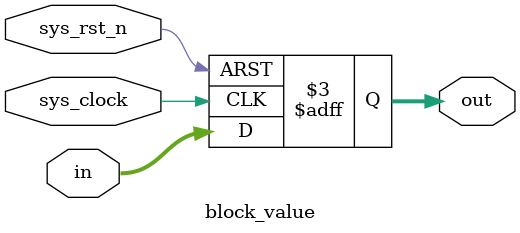
<source format=v>
module block_value
(
	input wire        sys_clock,
	input wire        sys_rst_n,
	input wire [1:0]  in,
	
	output reg [1:0]  out
);
reg [1:0] in_reg;

always@(posedge sys_clock or negedge sys_rst_n)
	if(sys_rst_n == 1'b0)	
		begin
			in_reg = 2'b0;
			out    = 2'b0;
		end
	else
		begin
			in_reg = in;
			out    = in_reg;
		end
		
endmodule

</source>
